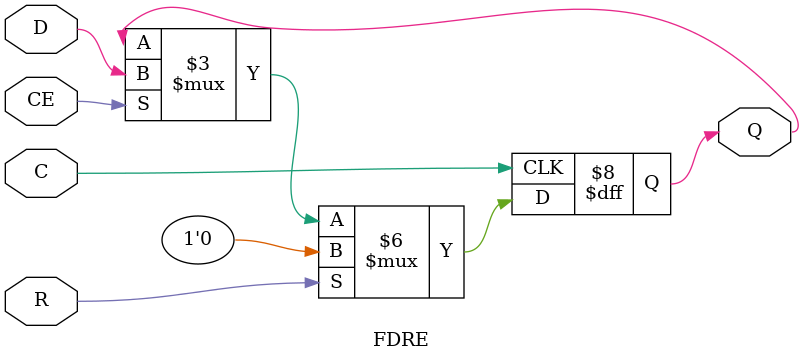
<source format=v>
`timescale 1ns / 1ps


module TopLevel(
    input clkin,
    input clk,
    input btnU,
    input btnD,
    input btnL,
    input btnR,
    input btnC,
    input [15:0] sw,
    output Hsync,
    output Vsync,
    output [3:0] vgaRed,
    output [3:0] vgaBlue,
    output [3:0] vgaGreen,
    output [6:0] seg,
    output dp,
    output [3:0] an,
    output VBlank,
    output HBlank
    );
    
    wire digsel, frame, qsec;
    wire secEdge, flashOutSlug, flashOutBorder;
    wire btnCenable, btnUDLRenable, TimerEnable, resetTimer, LossDetect, WinDetect, flashSlug, flashBorder;
    wire [9:0] Hcount, Vcount;
    wire [3:0] BlueIn, GreenIn, RedIn, selInput, segInput, HorizRedOut, VertRedOut, HorizRedIn, VertRedIn, secOut;
    wire [15:0] timerOut;
    wire [9:0] SecOutSlug;

    assign digsel = 1;
    
    TopStateMachine TopStateMachine (.clk(clk), .btnUDLR(btnU | btnR | btnD | btnL), .btnC(btnC), .WinDetect(WinDetect), .LossDetect(LossDetect), .reset(resetTimer),
                                     .btnCenable(btnCenable), .btnUDLRenable(btnUDLRenable), .TimerEnable(TimerEnable), .flashSlug(flashSlug), .flashBorder(flashBorder));                                               
    
    LossDetector LossDetector (.Green(GreenIn), .Red(HorizRedOut | VertRedOut), .LossDetect(LossDetect));
    WinDetector WinDetector (.Green(GreenIn), .Hcount(Hcount), .Vcount(Vcount), .WinDetect(WinDetect));
    
    //lab7_clks not_so_slow (.clkin(clkin), .greset(sw[0]), .clk(clk), .digsel(digsel));
    
    VGAController VGAController(.clk(clk), .RedIn(HorizRedOut | VertRedOut), .BlueIn({(BlueIn[3] & ~flashOutBorder),(BlueIn[2] & ~flashOutBorder), (BlueIn[1] & ~flashOutBorder), (BlueIn[0] & ~flashOutBorder)}), .GreenIn({(GreenIn[3] & ~flashOutSlug),(GreenIn[2] & ~flashOutSlug), (GreenIn[1] & ~flashOutSlug), (GreenIn[0] & ~flashOutSlug)}), .Hsync(Hsync), .Vsync(Vsync),
                   .vgaRed(vgaRed), .vgaBlue(vgaBlue), .vgaGreen(vgaGreen), .VBlank(VBlank), .HBlank(HBlank), .Hcount(Hcount), .Vcount(Vcount), .frame(frame));
                   
    BorderGenerator BorderGenerator (.Hcount(Hcount), .Vcount(Vcount), .Blue({BlueIn[3:0]}), .flash(flashBorder), .sec(~qsec));
    
    SlugGenerator SlugGenerator (.btnU(btnU & btnUDLRenable), .btnD(btnD & btnUDLRenable), .btnL(btnL & btnUDLRenable) , .btnR(btnR & btnUDLRenable), .reset(btnC & btnCenable), .frame(frame), .clk(clk), 
                                 .Hcount(Hcount[9:0]), .Vcount(Vcount[9:0]), .Green({GreenIn[3:0]}), .flash(flashSlug), .sec(~qsec));
                                 
    VerticalObstacles VerticalObstacles (.Hcount(Hcount[9:0]), .Vcount(Vcount[9:0]), .Red(VertRedIn));
    VerticalGaps VerticalGaps (.Hcount(Hcount), .Vcount(Vcount), .clk(clk), .frame(frame), .btnC(btnC & btnCenable), .btnUDLR((btnU | btnR | btnD | btnL) & btnUDLRenable), 
                               .sw({sw[6], sw[5], sw[4]}), .RedIn(VertRedIn), .RedOut(VertRedOut), .Green(GreenIn), .sec(qsec));

    HorizontalObstacles HorizontalObstacles (.Hcount(Hcount[9:0]), .Vcount(Vcount[9:0]), .Red(HorizRedIn));
    HorizontalGaps HorizontalGaps (.Hcount(Hcount), .Vcount(Vcount), .clk(clk), .frame(frame), .btnC(btnC & btnCenable), .btnUDLR((btnU | btnR | btnD | btnL) & btnUDLRenable), 
                               .sw({sw[6], sw[5], sw[4]}), .RedIn(HorizRedIn), .RedOut(HorizRedOut), .Green(GreenIn), .sec(qsec));
    
    qsecTicker qsecTicker (.clk(clk), .frame(frame), .reset(1'b0), .qsec(qsec));                               

    Timer Timer (.clk(clk), .frame(frame), .CE(TimerEnable), .reset(resetTimer), .Q(timerOut[15:0]));
    
    RingCounter RingCounter(.advance(digsel), .clkin(clk), .Q(selInput));
    Selector Selector(.sel(selInput), .N(timerOut[15:0]), .H(segInput));
    hex7seg hex7seg(.n(segInput), .e(1'b1), .seg(seg));                         
 
 
    EdgeDetector SecEdge (.btn(~qsec), .clkin(clk), .out(secEdge));
    countU10 secGenerator(.clk(clk), .Up(secEdge), .Q(SecOutSlug));
    FlashModule SlugFlasher (.flash(flashSlug), .sec(SecOutSlug[0]), .flashOut(flashOutSlug)); 
    FlashModule BorderFlasher (.flash(flashBorder), .sec(SecOutSlug[0]), .flashOut(flashOutBorder)); 
 

 
 
 assign an[3] =(~selInput[3]) ;
 assign an[2] =(~selInput[2]) ;
 assign an[1] =(~selInput[1]) ;
 assign an[0] =(~selInput[0]) ;
 assign dp =  (~selInput[2]);
                   
endmodule

module FDRE(
    input R, CE, D, C, 
    output reg Q
);

    parameter INIT = 0;
    initial begin
        Q <= INIT;
    end

    always @(posedge C)
        if(R)
            Q <= 0;
        else if(CE)
            Q <= D;
endmodule
</source>
